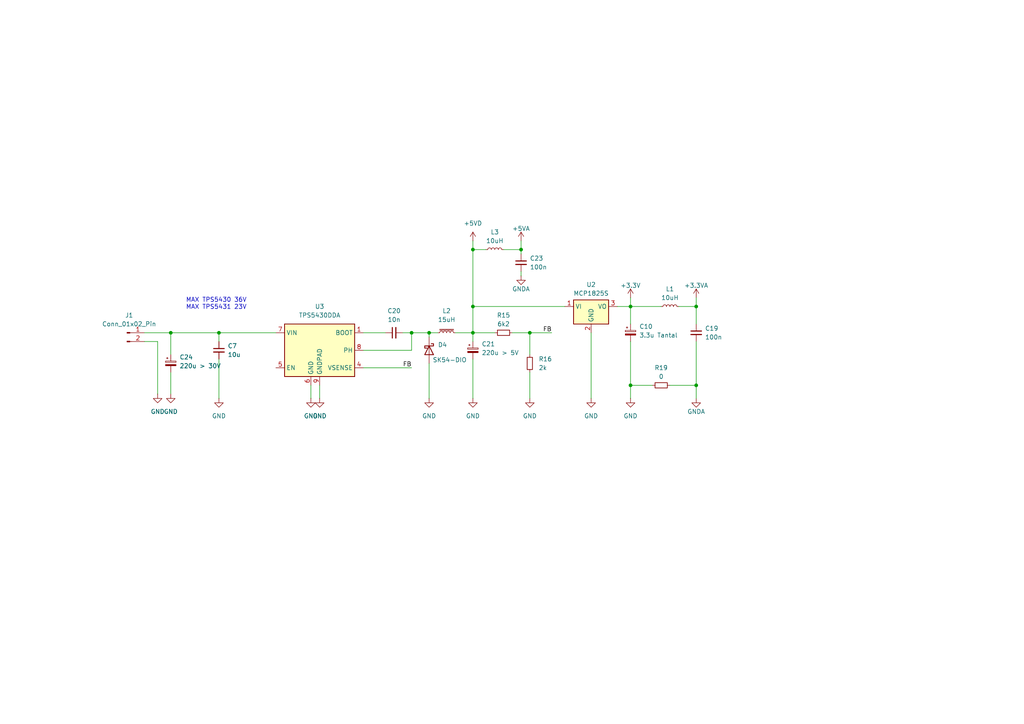
<source format=kicad_sch>
(kicad_sch (version 20231120) (generator "eeschema") (generator_version "8.0")
  (paper "A4")
  (lib_symbols
    (symbol "Connector:Conn_01x02_Pin" (pin_names (offset 1.016) hide)
      (property "Reference" "J" (at 0 2.54 0))
      (property "Value" "Conn_01x02_Pin" (at 0 -5.08 0))
      (symbol "Conn_01x02_Pin_1_1"
        (polyline (pts (xy 1.27 -2.54) (xy 0.8636 -2.54)) (stroke (width 0.1524)))
        (polyline (pts (xy 1.27 0) (xy 0.8636 0)) (stroke (width 0.1524)))
        (rectangle (start 0.8636 -2.413) (end 0 -2.667) (stroke (width 0.1524)) (fill (type outline)))
        (rectangle (start 0.8636 0.127) (end 0 -0.127) (stroke (width 0.1524)) (fill (type outline)))
        (pin passive line (at 5.08 0 180) (length 3.81) (name "Pin_1") (number "1"))
        (pin passive line (at 5.08 -2.54 180) (length 3.81) (name "Pin_2") (number "2"))
      )
    )
    (symbol "Device:C_Polarized_Small" (pin_numbers hide) (pin_names (offset 0.254) hide)
      (property "Reference" "C" (at 0.254 1.778 0))
      (property "Value" "C_Polarized_Small" (at 0.254 -2.032 0))
      (symbol "C_Polarized_Small_0_1"
        (rectangle (start -1.524 -0.3048) (end 1.524 -0.6858) (fill (type outline)))
        (rectangle (start -1.524 0.6858) (end 1.524 0.3048))
        (polyline (pts (xy -1.27 1.524) (xy -0.762 1.524)))
        (polyline (pts (xy -1.016 1.27) (xy -1.016 1.778)))
      )
      (symbol "C_Polarized_Small_1_1"
        (pin passive line (at 0 2.54 270) (length 1.8542) (name "~") (number "1"))
        (pin passive line (at 0 -2.54 90) (length 1.8542) (name "~") (number "2"))
      )
    )
    (symbol "Device:C_Small" (pin_numbers hide) (pin_names (offset 0.254) hide)
      (property "Reference" "C" (at 0.254 1.778 0))
      (property "Value" "C_Small" (at 0.254 -2.032 0))
      (symbol "C_Small_0_1"
        (polyline (pts (xy -1.524 -0.508) (xy 1.524 -0.508)) (stroke (width 0.3302)))
        (polyline (pts (xy -1.524 0.508) (xy 1.524 0.508)) (stroke (width 0.3048)))
      )
      (symbol "C_Small_1_1"
        (pin passive line (at 0 2.54 270) (length 2.032) (name "~") (number "1"))
        (pin passive line (at 0 -2.54 90) (length 2.032) (name "~") (number "2"))
      )
    )
    (symbol "Device:L_Iron_Small" (pin_numbers hide) (pin_names (offset 0.254) hide)
      (property "Reference" "L" (at 1.27 1.016 0))
      (property "Value" "L_Iron_Small" (at 1.27 -1.27 0))
      (symbol "L_Iron_Small_0_1"
        (arc (start 0 -2.032) (mid 0.5058 -1.524) (end 0 -1.016))
        (arc (start 0 -1.016) (mid 0.5058 -0.508) (end 0 0))
        (polyline (pts (xy 0.762 2.032) (xy 0.762 -2.032)))
        (polyline (pts (xy 1.016 -2.032) (xy 1.016 2.032)))
        (arc (start 0 0) (mid 0.5058 0.508) (end 0 1.016))
        (arc (start 0 1.016) (mid 0.5058 1.524) (end 0 2.032))
      )
      (symbol "L_Iron_Small_1_1"
        (pin passive line (at 0 2.54 270) (length 0.508) (name "~") (number "1"))
        (pin passive line (at 0 -2.54 90) (length 0.508) (name "~") (number "2"))
      )
    )
    (symbol "Device:L_Small" (pin_numbers hide) (pin_names (offset 0.254) hide)
      (property "Reference" "L" (at 0.762 1.016 0))
      (property "Value" "L_Small" (at 0.762 -1.016 0))
      (symbol "L_Small_0_1"
        (arc (start 0 -2.032) (mid 0.5058 -1.524) (end 0 -1.016))
        (arc (start 0 -1.016) (mid 0.5058 -0.508) (end 0 0))
        (arc (start 0 0) (mid 0.5058 0.508) (end 0 1.016))
        (arc (start 0 1.016) (mid 0.5058 1.524) (end 0 2.032))
      )
      (symbol "L_Small_1_1"
        (pin passive line (at 0 2.54 270) (length 0.508) (name "~") (number "1"))
        (pin passive line (at 0 -2.54 90) (length 0.508) (name "~") (number "2"))
      )
    )
    (symbol "Device:R_Small" (pin_numbers hide) (pin_names (offset 0.254) hide)
      (property "Reference" "R" (at 0.762 0.508 0))
      (property "Value" "R_Small" (at 0.762 -1.016 0))
      (symbol "R_Small_0_1"
        (rectangle (start -0.762 1.778) (end 0.762 -1.778) (stroke (width 0.2032)))
      )
      (symbol "R_Small_1_1"
        (pin passive line (at 0 2.54 270) (length 0.762) (name "~") (number "1"))
        (pin passive line (at 0 -2.54 90) (length 0.762) (name "~") (number "2"))
      )
    )
    (symbol "Diode:B340" (pin_numbers hide) (pin_names (offset 1.016) hide)
      (property "Reference" "D" (at 0 2.54 0))
      (property "Value" "B340" (at 0 -2.54 0))
      (symbol "B340_0_1"
        (polyline (pts (xy 1.27 0) (xy -1.27 0)))
        (polyline (pts (xy 1.27 1.27) (xy 1.27 -1.27) (xy -1.27 0) (xy 1.27 1.27)) (stroke (width 0.254)))
        (polyline (pts (xy -1.905 0.635) (xy -1.905 1.27) (xy -1.27 1.27) (xy -1.27 -1.27) (xy -0.635 -1.27) (xy -0.635 -0.635)) (stroke (width 0.254)))
      )
      (symbol "B340_1_1"
        (pin passive line (at -3.81 0 0) (length 2.54) (name "K") (number "1"))
        (pin passive line (at 3.81 0 180) (length 2.54) (name "A") (number "2"))
      )
    )
    (symbol "GND_1" (power) (pin_numbers hide) (pin_names (offset 0) hide)
      (property "Value" "GND" (at 0 -3.81 0))
      (symbol "GND_1_0_1"
        (polyline (pts (xy 0 0) (xy 0 -1.27) (xy 1.27 -1.27) (xy 0 -2.54) (xy -1.27 -1.27) (xy 0 -1.27)))
      )
      (symbol "GND_1_1_1"
        (pin power_in line (at 0 0 270) (length 0) (name "~") (number "1"))
      )
    )
    (symbol "Regulator_Linear:MCP1825S"
      (property "Reference" "U" (at -3.81 3.175 0))
      (property "Value" "MCP1825S" (at 0 3.175 0))
      (symbol "MCP1825S_0_1"
        (rectangle (start -5.08 1.905) (end 5.08 -5.08) (stroke (width 0.254)) (fill (type background)))
      )
      (symbol "MCP1825S_1_1"
        (pin power_in line (at -7.62 0 0) (length 2.54) (name "VI") (number "1"))
        (pin power_in line (at 0 -7.62 90) (length 2.54) (name "GND") (number "2"))
        (pin power_out line (at 7.62 0 180) (length 2.54) (name "VO") (number "3"))
      )
    )
    (symbol "Regulator_Switching:TPS5430DDA"
      (property "Reference" "U" (at -10.16 8.89 0))
      (property "Value" "TPS5430DDA" (at -1.27 8.89 0))
      (symbol "TPS5430DDA_0_1"
        (rectangle (start -10.16 7.62) (end 10.16 -7.62) (stroke (width 0.254)) (fill (type background)))
      )
      (symbol "TPS5430DDA_1_1"
        (pin input line (at 12.7 5.08 180) (length 2.54) (name "BOOT") (number "1"))
        (pin no_connect line (at -10.16 2.54 0) (length 2.54) hide (name "NC") (number "2"))
        (pin no_connect line (at -10.16 -2.54 0) (length 2.54) hide (name "NC") (number "3"))
        (pin input line (at 12.7 -5.08 180) (length 2.54) (name "VSENSE") (number "4"))
        (pin input line (at -12.7 -5.08 0) (length 2.54) (name "EN") (number "5"))
        (pin power_in line (at -2.54 -10.16 90) (length 2.54) (name "GND") (number "6"))
        (pin power_in line (at -12.7 5.08 0) (length 2.54) (name "VIN") (number "7"))
        (pin output line (at 12.7 0 180) (length 2.54) (name "PH") (number "8"))
        (pin power_in line (at 0 -10.16 90) (length 2.54) (name "GNDPAD") (number "9"))
      )
    )
    (symbol "power:+3.3V" (power) (pin_names (offset 0))
      (property "Value" "+3.3V" (at 0 3.556 0))
      (symbol "+3.3V_0_1"
        (polyline (pts (xy -0.762 1.27) (xy 0 2.54)))
        (polyline (pts (xy 0 0) (xy 0 2.54)))
        (polyline (pts (xy 0 2.54) (xy 0.762 1.27)))
      )
      (symbol "+3.3V_1_1"
        (pin power_in line (at 0 0 90) (length 0) hide (name "+3.3V") (number "1"))
      )
    )
    (symbol "power:+5VD" (power) (pin_numbers hide) (pin_names (offset 0) hide)
      (property "Value" "+5VD" (at 0 3.556 0))
      (symbol "+5VD_0_1"
        (polyline (pts (xy -0.762 1.27) (xy 0 2.54)))
        (polyline (pts (xy 0 0) (xy 0 2.54)))
        (polyline (pts (xy 0 2.54) (xy 0.762 1.27)))
      )
      (symbol "+5VD_1_1"
        (pin power_in line (at 0 0 90) (length 0) (name "~") (number "1"))
      )
    )
    (symbol "power:GNDA" (power) (pin_numbers hide) (pin_names (offset 0) hide)
      (property "Value" "GNDA" (at 0 -3.81 0))
      (symbol "GNDA_0_1"
        (polyline (pts (xy 0 0) (xy 0 -1.27) (xy 1.27 -1.27) (xy 0 -2.54) (xy -1.27 -1.27) (xy 0 -1.27)))
      )
      (symbol "GNDA_1_1"
        (pin power_in line (at 0 0 270) (length 0) (name "~") (number "1"))
      )
    )
  )
  (junction (at 137.16 72.39))
  (junction (at 201.93 88.9))
  (junction (at 201.93 111.76))
  (junction (at 63.5 96.52))
  (junction (at 153.67 96.52))
  (junction (at 137.16 96.52))
  (junction (at 49.53 96.52))
  (junction (at 182.88 111.76))
  (junction (at 124.46 96.52))
  (junction (at 137.16 88.9))
  (junction (at 151.13 72.39))
  (junction (at 119.38 96.52))
  (junction (at 182.88 88.9))
  (wire (pts (xy 119.38 96.52) (xy 124.46 96.52)))
  (wire (pts (xy 137.16 88.9) (xy 163.83 88.9)))
  (wire (pts (xy 92.71 111.76) (xy 92.71 115.57)))
  (wire (pts (xy 137.16 96.52) (xy 143.51 96.52)))
  (wire (pts (xy 201.93 88.9) (xy 201.93 93.98)))
  (wire (pts (xy 182.88 99.06) (xy 182.88 111.76)))
  (wire (pts (xy 63.5 104.14) (xy 63.5 115.57)))
  (wire (pts (xy 182.88 111.76) (xy 182.88 115.57)))
  (wire (pts (xy 137.16 104.14) (xy 137.16 115.57)))
  (wire (pts (xy 182.88 111.76) (xy 189.23 111.76)))
  (wire (pts (xy 105.41 96.52) (xy 111.76 96.52)))
  (wire (pts (xy 137.16 88.9) (xy 137.16 96.52)))
  (wire (pts (xy 49.53 96.52) (xy 49.53 102.87)))
  (wire (pts (xy 90.17 111.76) (xy 90.17 115.57)))
  (wire (pts (xy 201.93 99.06) (xy 201.93 111.76)))
  (wire (pts (xy 153.67 96.52) (xy 160.02 96.52)))
  (wire (pts (xy 137.16 69.85) (xy 137.16 72.39)))
  (wire (pts (xy 45.72 99.06) (xy 45.72 114.3)))
  (wire (pts (xy 105.41 101.6) (xy 119.38 101.6)))
  (wire (pts (xy 182.88 86.36) (xy 182.88 88.9)))
  (wire (pts (xy 182.88 88.9) (xy 182.88 93.98)))
  (wire (pts (xy 201.93 111.76) (xy 201.93 115.57)))
  (wire (pts (xy 171.45 96.52) (xy 171.45 115.57)))
  (wire (pts (xy 201.93 86.36) (xy 201.93 88.9)))
  (wire (pts (xy 196.85 88.9) (xy 201.93 88.9)))
  (wire (pts (xy 151.13 73.66) (xy 151.13 72.39)))
  (wire (pts (xy 119.38 101.6) (xy 119.38 96.52)))
  (wire (pts (xy 146.05 72.39) (xy 151.13 72.39)))
  (wire (pts (xy 137.16 96.52) (xy 137.16 99.06)))
  (wire (pts (xy 105.41 106.68) (xy 119.38 106.68)))
  (wire (pts (xy 41.91 96.52) (xy 49.53 96.52)))
  (wire (pts (xy 124.46 105.41) (xy 124.46 115.57)))
  (wire (pts (xy 151.13 69.85) (xy 151.13 72.39)))
  (wire (pts (xy 194.31 111.76) (xy 201.93 111.76)))
  (wire (pts (xy 182.88 88.9) (xy 191.77 88.9)))
  (wire (pts (xy 179.07 88.9) (xy 182.88 88.9)))
  (wire (pts (xy 153.67 96.52) (xy 148.59 96.52)))
  (wire (pts (xy 137.16 72.39) (xy 140.97 72.39)))
  (wire (pts (xy 41.91 99.06) (xy 45.72 99.06)))
  (wire (pts (xy 124.46 96.52) (xy 127 96.52)))
  (wire (pts (xy 151.13 78.74) (xy 151.13 80.01)))
  (wire (pts (xy 153.67 102.87) (xy 153.67 96.52)))
  (wire (pts (xy 132.08 96.52) (xy 137.16 96.52)))
  (wire (pts (xy 116.84 96.52) (xy 119.38 96.52)))
  (wire (pts (xy 137.16 72.39) (xy 137.16 88.9)))
  (wire (pts (xy 49.53 96.52) (xy 63.5 96.52)))
  (wire (pts (xy 63.5 96.52) (xy 80.01 96.52)))
  (wire (pts (xy 63.5 99.06) (xy 63.5 96.52)))
  (wire (pts (xy 49.53 107.95) (xy 49.53 114.3)))
  (wire (pts (xy 153.67 107.95) (xy 153.67 115.57)))
  (wire (pts (xy 124.46 96.52) (xy 124.46 97.79)))
  (text "MAX TPS5430 36V\nMAX TPS5431 23V" (at 62.738 88.138 0) (effects (font (size 1.27 1.27))))
  (label "FB" (at 160.02 96.52 180))
  (label "FB" (at 119.38 106.68 180))
  (symbol (lib_id "power:+3.3V") (at 182.88 86.36 0) (unit 1)
    (property "Reference" "#PWR020" (effects (hide yes)))
    (property "Value" "+3.3V" (at 182.88 82.804 0))
  )
  (symbol (lib_name "GND_1") (lib_id "power:GND") (at 171.45 115.57 0) (unit 1)
    (property "Reference" "#PWR019" (effects (hide yes)))
    (property "Value" "GND" (at 171.45 120.65 0))
    (property "Description" "Power symbol creates a global label with name \"GND\" , ground" (effects (hide yes)))
  )
  (symbol (lib_id "Device:C_Polarized_Small") (at 182.88 96.52 0) (unit 1)
    (property "Reference" "C10" (at 185.42 94.7038 0) (effects (justify left)))
    (property "Value" "3.3u Tantal" (at 185.42 97.2438 0) (effects (justify left)))
    (property "Footprint" "Capacitor_Tantalum_SMD:CP_EIA-3216-18_Kemet-A" (effects (hide yes)))
    (property "Description" "Polarized capacitor, small symbol" (effects (hide yes)))
  )
  (symbol (lib_id "Device:C_Small") (at 201.93 96.52 0) (unit 1)
    (property "Reference" "C19" (at 204.47 95.2562 0) (effects (justify left)))
    (property "Value" "100n" (at 204.47 97.7962 0) (effects (justify left)))
    (property "Footprint" "Capacitor_SMD:C_1206_3216Metric" (effects (hide yes)))
    (property "Description" "Unpolarized capacitor, small symbol" (effects (hide yes)))
  )
  (symbol (lib_id "power:+5VD") (at 137.16 69.85 0) (unit 1)
    (property "Reference" "#PWR013" (effects (hide yes)))
    (property "Value" "+5VD" (at 137.16 64.77 0))
    (property "Description" "Power symbol creates a global label with name \"+5VD\"" (effects (hide yes)))
  )
  (symbol (lib_id "Connector:Conn_01x02_Pin") (at 36.83 96.52 0) (unit 1)
    (property "Reference" "J1" (at 37.465 91.44 0))
    (property "Value" "Conn_01x02_Pin" (at 37.465 93.98 0))
    (property "Footprint" "Connector_PinHeader_2.54mm:PinHeader_2x01_P2.54mm_Vertical" (effects (hide yes)))
    (property "Description" "Generic connector, single row, 01x02, script generated" (effects (hide yes)))
  )
  (symbol (lib_name "GND_1") (lib_id "power:GND") (at 49.53 114.3 0) (unit 1)
    (property "Reference" "#PWR070" (effects (hide yes)))
    (property "Value" "GND" (at 49.53 119.38 0))
    (property "Description" "Power symbol creates a global label with name \"GND\" , ground" (effects (hide yes)))
  )
  (symbol (lib_id "power:GNDA") (at 201.93 115.57 0) (unit 1)
    (property "Reference" "#PWR058" (effects (hide yes)))
    (property "Value" "GNDA" (at 201.93 119.38 0))
    (property "Description" "Power symbol creates a global label with name \"GNDA\" , analog ground" (effects (hide yes)))
  )
  (symbol (lib_name "GND_1") (lib_id "power:GND") (at 63.5 115.57 0) (unit 1)
    (property "Reference" "#PWR016" (effects (hide yes)))
    (property "Value" "GND" (at 63.5 120.65 0))
    (property "Description" "Power symbol creates a global label with name \"GND\" , ground" (effects (hide yes)))
  )
  (symbol (lib_id "Device:R_Small") (at 146.05 96.52 90) (unit 1)
    (property "Reference" "R15" (at 146.05 91.44 90))
    (property "Value" "6k2" (at 146.05 93.98 90))
    (property "Footprint" "Resistor_SMD:R_1206_3216Metric" (effects (hide yes)))
    (property "Description" "Resistor, small symbol" (effects (hide yes)))
  )
  (symbol (lib_name "GND_1") (lib_id "power:GND") (at 45.72 114.3 0) (unit 1)
    (property "Reference" "#PWR014" (effects (hide yes)))
    (property "Value" "GND" (at 45.72 119.38 0))
    (property "Description" "Power symbol creates a global label with name \"GND\" , ground" (effects (hide yes)))
  )
  (symbol (lib_id "Device:L_Small") (at 194.31 88.9 90) (unit 1)
    (property "Reference" "L1" (at 194.31 83.82 90))
    (property "Value" "10uH" (at 194.31 86.36 90))
    (property "Footprint" "Inductor_SMD:L_2512_6332Metric" (effects (hide yes)))
    (property "Description" "Inductor, small symbol" (effects (hide yes)))
  )
  (symbol (lib_id "power:+3.3V") (at 201.93 86.36 0) (unit 1)
    (property "Reference" "#PWR023" (effects (hide yes)))
    (property "Value" "+3.3VA" (at 201.93 82.804 0))
  )
  (symbol (lib_id "Regulator_Linear:MCP1825S") (at 171.45 88.9 0) (unit 1)
    (property "Reference" "U2" (at 171.45 82.55 0))
    (property "Value" "MCP1825S" (at 171.45 85.09 0))
    (property "Footprint" "Package_TO_SOT_SMD:SOT-223-3_TabPin2" (effects (hide yes)))
    (property "Datasheet" "http://ww1.microchip.com/downloads/en/devicedoc/22056b.pdf" (effects (hide yes)))
    (property "Description" "500mA, Low-Voltage, Low Quiescent Current LDO Regulator, SOT-223, TO-220, TO-263" (effects (hide yes)))
  )
  (symbol (lib_id "Device:L_Iron_Small") (at 129.54 96.52 90) (unit 1)
    (property "Reference" "L2" (at 129.54 90.17 90))
    (property "Value" "15uH" (at 129.54 92.71 90))
    (property "Footprint" "Inductor_SMD:L_Bourns_SRN6045TA" (effects (hide yes)))
    (property "Description" "Inductor with iron core, small symbol" (effects (hide yes)))
  )
  (symbol (lib_name "GND_1") (lib_id "power:GND") (at 182.88 115.57 0) (unit 1)
    (property "Reference" "#PWR021" (effects (hide yes)))
    (property "Value" "GND" (at 182.88 120.65 0))
    (property "Description" "Power symbol creates a global label with name \"GND\" , ground" (effects (hide yes)))
  )
  (symbol (lib_id "Device:C_Small") (at 63.5 101.6 0) (unit 1)
    (property "Reference" "C7" (at 66.04 100.3362 0) (effects (justify left)))
    (property "Value" "10u" (at 66.04 102.8762 0) (effects (justify left)))
    (property "Footprint" "Capacitor_SMD:C_1206_3216Metric" (effects (hide yes)))
    (property "Description" "Unpolarized capacitor, small symbol" (effects (hide yes)))
  )
  (symbol (lib_id "power:+3.3V") (at 151.13 69.85 0) (unit 1)
    (property "Reference" "#PWR068" (effects (hide yes)))
    (property "Value" "+5VA" (at 151.13 66.294 0))
  )
  (symbol (lib_id "Device:R_Small") (at 153.67 105.41 0) (unit 1)
    (property "Reference" "R16" (at 156.21 104.1399 0) (effects (justify left)))
    (property "Value" "2k" (at 156.21 106.6799 0) (effects (justify left)))
    (property "Footprint" "Resistor_SMD:R_1206_3216Metric" (effects (hide yes)))
    (property "Description" "Resistor, small symbol" (effects (hide yes)))
  )
  (symbol (lib_id "Device:C_Small") (at 114.3 96.52 90) (unit 1)
    (property "Reference" "C20" (at 114.3063 90.17 90))
    (property "Value" "10n" (at 114.3063 92.71 90))
    (property "Footprint" "Capacitor_SMD:C_1206_3216Metric" (effects (hide yes)))
    (property "Description" "Unpolarized capacitor, small symbol" (effects (hide yes)))
  )
  (symbol (lib_id "power:GNDA") (at 151.13 80.01 0) (unit 1)
    (property "Reference" "#PWR069" (effects (hide yes)))
    (property "Value" "GNDA" (at 151.13 83.82 0))
    (property "Description" "Power symbol creates a global label with name \"GNDA\" , analog ground" (effects (hide yes)))
  )
  (symbol (lib_name "GND_1") (lib_id "power:GND") (at 92.71 115.57 0) (unit 1)
    (property "Reference" "#PWR061" (effects (hide yes)))
    (property "Value" "GND" (at 92.71 120.65 0))
    (property "Description" "Power symbol creates a global label with name \"GND\" , ground" (effects (hide yes)))
  )
  (symbol (lib_name "GND_1") (lib_id "power:GND") (at 124.46 115.57 0) (unit 1)
    (property "Reference" "#PWR062" (effects (hide yes)))
    (property "Value" "GND" (at 124.46 120.65 0))
    (property "Description" "Power symbol creates a global label with name \"GND\" , ground" (effects (hide yes)))
  )
  (symbol (lib_id "Device:C_Polarized_Small") (at 49.53 105.41 0) (unit 1)
    (property "Reference" "C24" (at 52.07 103.5938 0) (effects (justify left)))
    (property "Value" "220u > 30V" (at 52.07 106.1338 0) (effects (justify left)))
    (property "Footprint" "Capacitor_SMD:CP_Elec_8x10.5" (effects (hide yes)))
    (property "Description" "Polarized capacitor, small symbol" (effects (hide yes)))
  )
  (symbol (lib_name "GND_1") (lib_id "power:GND") (at 90.17 115.57 0) (unit 1)
    (property "Reference" "#PWR060" (effects (hide yes)))
    (property "Value" "GND" (at 90.17 120.65 0))
    (property "Description" "Power symbol creates a global label with name \"GND\" , ground" (effects (hide yes)))
  )
  (symbol (lib_id "Device:R_Small") (at 191.77 111.76 90) (unit 1)
    (property "Reference" "R19" (at 191.77 106.68 90))
    (property "Value" "0" (at 191.77 109.22 90))
    (property "Footprint" "Resistor_SMD:R_1206_3216Metric" (effects (hide yes)))
    (property "Description" "Resistor, small symbol" (effects (hide yes)))
  )
  (symbol (lib_id "Diode:B340") (at 124.46 101.6 270) (unit 1)
    (property "Reference" "D4" (at 127 100.0124 90) (effects (justify left)))
    (property "Value" "SK54-DIO" (at 125.476 104.394 90) (effects (justify left)))
    (property "Footprint" "Diode_SMD:D_SMA" (effects (hide yes)))
    (property "Datasheet" "http://www.jameco.com/Jameco/Products/ProdDS/1538777.pdf" (effects (hide yes)))
    (property "Description" "40V 3A Schottky Barrier Rectifier Diode, SMC" (effects (hide yes)))
  )
  (symbol (lib_id "Device:L_Small") (at 143.51 72.39 90) (unit 1)
    (property "Reference" "L3" (at 143.51 67.31 90))
    (property "Value" "10uH" (at 143.51 69.85 90))
    (property "Footprint" "Inductor_SMD:L_2512_6332Metric" (effects (hide yes)))
    (property "Description" "Inductor, small symbol" (effects (hide yes)))
  )
  (symbol (lib_name "GND_1") (lib_id "power:GND") (at 153.67 115.57 0) (unit 1)
    (property "Reference" "#PWR064" (effects (hide yes)))
    (property "Value" "GND" (at 153.67 120.65 0))
    (property "Description" "Power symbol creates a global label with name \"GND\" , ground" (effects (hide yes)))
  )
  (symbol (lib_id "Device:C_Polarized_Small") (at 137.16 101.6 0) (unit 1)
    (property "Reference" "C21" (at 139.7 99.7838 0) (effects (justify left)))
    (property "Value" "220u > 5V" (at 139.7 102.3238 0) (effects (justify left)))
    (property "Footprint" "Capacitor_SMD:CP_Elec_8x10.5" (effects (hide yes)))
    (property "Description" "Polarized capacitor, small symbol" (effects (hide yes)))
  )
  (symbol (lib_id "Device:C_Small") (at 151.13 76.2 0) (unit 1)
    (property "Reference" "C23" (at 153.67 74.9362 0) (effects (justify left)))
    (property "Value" "100n" (at 153.67 77.4762 0) (effects (justify left)))
    (property "Footprint" "Capacitor_SMD:C_1206_3216Metric" (effects (hide yes)))
    (property "Description" "Unpolarized capacitor, small symbol" (effects (hide yes)))
  )
  (symbol (lib_name "GND_1") (lib_id "power:GND") (at 137.16 115.57 0) (unit 1)
    (property "Reference" "#PWR063" (effects (hide yes)))
    (property "Value" "GND" (at 137.16 120.65 0))
    (property "Description" "Power symbol creates a global label with name \"GND\" , ground" (effects (hide yes)))
  )
  (symbol (lib_id "Regulator_Switching:TPS5430DDA") (at 92.71 101.6 0) (unit 1)
    (property "Reference" "U3" (at 92.71 88.9 0))
    (property "Value" "TPS5430DDA" (at 92.71 91.44 0))
    (property "Footprint" "Package_SO:TI_SO-PowerPAD-8_ThermalVias" (effects (hide yes)))
    (property "Datasheet" "http://www.ti.com/lit/ds/symlink/tps5430.pdf" (effects (hide yes)))
    (property "Description" "3A, Step Down Swift Converter, Adjustable Output Voltage, 5.5-36V Input Voltage, PowerSO-8" (effects (hide yes)))
  )
)
</source>
